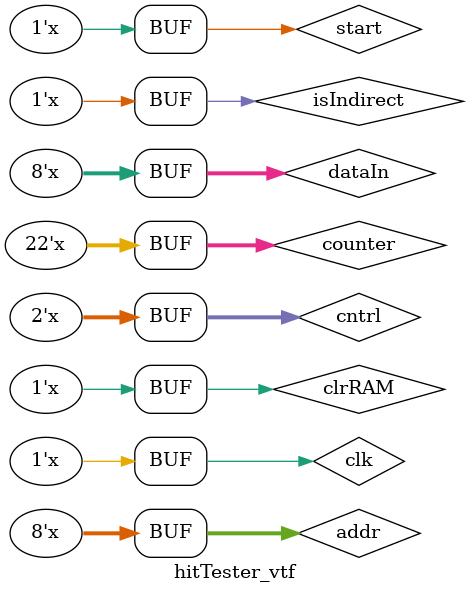
<source format=v>
`timescale 1ns / 1ps


module hitTester_vtf;

	// Inputs
	reg [21:0] counter;
	reg clk;
	reg clrRAM;
	reg start;
	reg isIndirect;

	reg [1:0] cntrl;
	reg [7:0] addr;
	reg [7:0] lockAddr;
	reg [7:0] dataIn;

	// Outputs
	wire [7:0] dataOut;
	reg [7:0] dataOut_tc;
	wire dataReady;
	wire [18:0] TEMPstateTEMP;
	wire [1:0] hitCleanTEMP;
	wire [7:0] wCacheAddr;

	reg error;

	// Instantiate the Unit Under Test (UUT)
	memoryModule uut (
		.clk(clk), 
		.clrRAM(clrRAM), 
		.isIndirect(isIndirect), 
		.start(start), 
		.cntrl(cntrl), 
		.addr(addr), 
		.dataIn(dataIn), 
		.dataOut(dataOut),
		.dataReady(dataReady),
		.TEMPstateTEMP(TEMPstateTEMP),
		.hitCleanTEMP(hitCleanTEMP),
		.wCacheAddr(wCacheAddr)
	);

	initial begin
		// Initialize Inputs
		counter = 0;
		clk = 0;
		clrRAM = 0;
		isIndirect = 0;
		start = 0;
		cntrl = 0;
		addr = 0;
		dataIn = 0;
		dataOut_tc = 0;
		error = 0;

		// Wait 100 ns for global reset to finish
		#100;
        
		// Add stimulus here

	end
	
	always begin
		//write sequence
		#5 counter <= counter + 1;
		clrRAM <= ~counter[17];
		start <= ~counter[18];
		isIndirect <= counter[16];
		cntrl <= ~counter[15:14];
		addr[7:4] <= counter[13:9];
		addr[3:0] <= counter[7:4];
		dataIn <= ~{counter[13:9],counter[7:4]};		
		clk <= counter[0];
	end
	
	//always @(posedge clk) begin
		//if (state == 19'b1000000000000000000)
		//	lockAddr = addr;
	//end
	always @(negedge clk) begin
		if (TEMPstateTEMP == 19'b1000000000000000000)
			lockAddr = addr;
		if(dataReady == 1'b1 && isIndirect == 1'b0)
			dataOut_tc = ~lockAddr; // This is for pseudo automation do not be alarmed if you see error high, just investigate further
		else if(dataReady == 1'b1 && isIndirect == 1'b1)
			dataOut_tc = lockAddr;
		#5 if(dataReady == 1'b1 && dataOut_tc != dataOut) error = 1;
		else error = 0;
	end
	
endmodule


</source>
